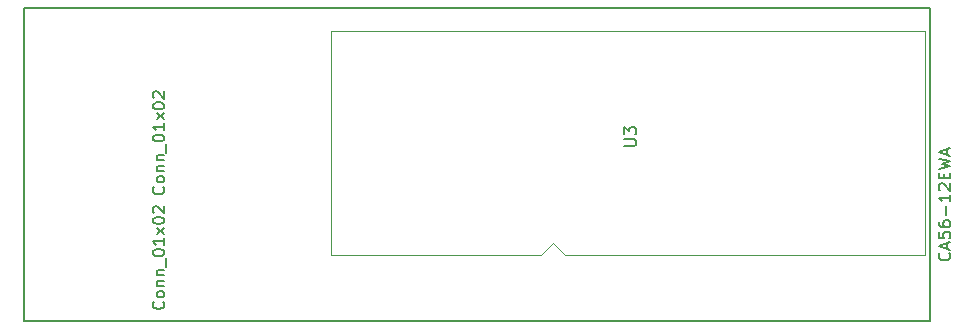
<source format=gbr>
G04 #@! TF.FileFunction,Other,Fab,Top*
%FSLAX46Y46*%
G04 Gerber Fmt 4.6, Leading zero omitted, Abs format (unit mm)*
G04 Created by KiCad (PCBNEW 4.0.7) date 11/22/17 14:23:38*
%MOMM*%
%LPD*%
G01*
G04 APERTURE LIST*
%ADD10C,0.100000*%
%ADD11C,0.150000*%
G04 APERTURE END LIST*
D10*
D11*
X18034000Y-22352000D02*
X18542000Y-22352000D01*
X18034000Y-23431500D02*
X18034000Y-22352000D01*
X94742000Y-22352000D02*
X94742000Y-23431500D01*
X18034000Y-48831500D02*
X18034000Y-23431500D01*
X39878000Y-48831500D02*
X18034000Y-48831500D01*
X94742000Y-48831500D02*
X39878000Y-48831500D01*
X94742000Y-47307500D02*
X94742000Y-48831500D01*
X94742000Y-23431500D02*
X94742000Y-47307500D01*
X18542000Y-22352000D02*
X94742000Y-22352000D01*
D10*
X63801500Y-43218500D02*
X62801500Y-42218500D01*
X62801500Y-42218500D02*
X61801500Y-43218500D01*
X61801500Y-43218500D02*
X44001500Y-43218500D01*
X44001500Y-43218500D02*
X44001500Y-24218500D01*
X44001500Y-24218500D02*
X94301500Y-24218500D01*
X94301500Y-43218500D02*
X94301500Y-24218500D01*
X63801500Y-43218500D02*
X94301500Y-43218500D01*
D11*
X96368643Y-43063738D02*
X96416262Y-43111357D01*
X96463881Y-43254214D01*
X96463881Y-43349452D01*
X96416262Y-43492310D01*
X96321024Y-43587548D01*
X96225786Y-43635167D01*
X96035310Y-43682786D01*
X95892452Y-43682786D01*
X95701976Y-43635167D01*
X95606738Y-43587548D01*
X95511500Y-43492310D01*
X95463881Y-43349452D01*
X95463881Y-43254214D01*
X95511500Y-43111357D01*
X95559119Y-43063738D01*
X96178167Y-42682786D02*
X96178167Y-42206595D01*
X96463881Y-42778024D02*
X95463881Y-42444691D01*
X96463881Y-42111357D01*
X95463881Y-41301833D02*
X95463881Y-41778024D01*
X95940071Y-41825643D01*
X95892452Y-41778024D01*
X95844833Y-41682786D01*
X95844833Y-41444690D01*
X95892452Y-41349452D01*
X95940071Y-41301833D01*
X96035310Y-41254214D01*
X96273405Y-41254214D01*
X96368643Y-41301833D01*
X96416262Y-41349452D01*
X96463881Y-41444690D01*
X96463881Y-41682786D01*
X96416262Y-41778024D01*
X96368643Y-41825643D01*
X95463881Y-40397071D02*
X95463881Y-40587548D01*
X95511500Y-40682786D01*
X95559119Y-40730405D01*
X95701976Y-40825643D01*
X95892452Y-40873262D01*
X96273405Y-40873262D01*
X96368643Y-40825643D01*
X96416262Y-40778024D01*
X96463881Y-40682786D01*
X96463881Y-40492309D01*
X96416262Y-40397071D01*
X96368643Y-40349452D01*
X96273405Y-40301833D01*
X96035310Y-40301833D01*
X95940071Y-40349452D01*
X95892452Y-40397071D01*
X95844833Y-40492309D01*
X95844833Y-40682786D01*
X95892452Y-40778024D01*
X95940071Y-40825643D01*
X96035310Y-40873262D01*
X96082929Y-39873262D02*
X96082929Y-39111357D01*
X96463881Y-38111357D02*
X96463881Y-38682786D01*
X96463881Y-38397072D02*
X95463881Y-38397072D01*
X95606738Y-38492310D01*
X95701976Y-38587548D01*
X95749595Y-38682786D01*
X95559119Y-37730405D02*
X95511500Y-37682786D01*
X95463881Y-37587548D01*
X95463881Y-37349452D01*
X95511500Y-37254214D01*
X95559119Y-37206595D01*
X95654357Y-37158976D01*
X95749595Y-37158976D01*
X95892452Y-37206595D01*
X96463881Y-37778024D01*
X96463881Y-37158976D01*
X95940071Y-36730405D02*
X95940071Y-36397071D01*
X96463881Y-36254214D02*
X96463881Y-36730405D01*
X95463881Y-36730405D01*
X95463881Y-36254214D01*
X95463881Y-35920881D02*
X96463881Y-35682786D01*
X95749595Y-35492309D01*
X96463881Y-35301833D01*
X95463881Y-35063738D01*
X96178167Y-34730405D02*
X96178167Y-34254214D01*
X96463881Y-34825643D02*
X95463881Y-34492310D01*
X96463881Y-34158976D01*
X68857881Y-33972405D02*
X69667405Y-33972405D01*
X69762643Y-33924786D01*
X69810262Y-33877167D01*
X69857881Y-33781929D01*
X69857881Y-33591452D01*
X69810262Y-33496214D01*
X69762643Y-33448595D01*
X69667405Y-33400976D01*
X68857881Y-33400976D01*
X68857881Y-33020024D02*
X68857881Y-32400976D01*
X69238833Y-32734310D01*
X69238833Y-32591452D01*
X69286452Y-32496214D01*
X69334071Y-32448595D01*
X69429310Y-32400976D01*
X69667405Y-32400976D01*
X69762643Y-32448595D01*
X69810262Y-32496214D01*
X69857881Y-32591452D01*
X69857881Y-32877167D01*
X69810262Y-32972405D01*
X69762643Y-33020024D01*
X29821143Y-47172095D02*
X29868762Y-47219714D01*
X29916381Y-47362571D01*
X29916381Y-47457809D01*
X29868762Y-47600667D01*
X29773524Y-47695905D01*
X29678286Y-47743524D01*
X29487810Y-47791143D01*
X29344952Y-47791143D01*
X29154476Y-47743524D01*
X29059238Y-47695905D01*
X28964000Y-47600667D01*
X28916381Y-47457809D01*
X28916381Y-47362571D01*
X28964000Y-47219714D01*
X29011619Y-47172095D01*
X29916381Y-46600667D02*
X29868762Y-46695905D01*
X29821143Y-46743524D01*
X29725905Y-46791143D01*
X29440190Y-46791143D01*
X29344952Y-46743524D01*
X29297333Y-46695905D01*
X29249714Y-46600667D01*
X29249714Y-46457809D01*
X29297333Y-46362571D01*
X29344952Y-46314952D01*
X29440190Y-46267333D01*
X29725905Y-46267333D01*
X29821143Y-46314952D01*
X29868762Y-46362571D01*
X29916381Y-46457809D01*
X29916381Y-46600667D01*
X29249714Y-45838762D02*
X29916381Y-45838762D01*
X29344952Y-45838762D02*
X29297333Y-45791143D01*
X29249714Y-45695905D01*
X29249714Y-45553047D01*
X29297333Y-45457809D01*
X29392571Y-45410190D01*
X29916381Y-45410190D01*
X29249714Y-44934000D02*
X29916381Y-44934000D01*
X29344952Y-44934000D02*
X29297333Y-44886381D01*
X29249714Y-44791143D01*
X29249714Y-44648285D01*
X29297333Y-44553047D01*
X29392571Y-44505428D01*
X29916381Y-44505428D01*
X30011619Y-44267333D02*
X30011619Y-43505428D01*
X28916381Y-43076857D02*
X28916381Y-42981618D01*
X28964000Y-42886380D01*
X29011619Y-42838761D01*
X29106857Y-42791142D01*
X29297333Y-42743523D01*
X29535429Y-42743523D01*
X29725905Y-42791142D01*
X29821143Y-42838761D01*
X29868762Y-42886380D01*
X29916381Y-42981618D01*
X29916381Y-43076857D01*
X29868762Y-43172095D01*
X29821143Y-43219714D01*
X29725905Y-43267333D01*
X29535429Y-43314952D01*
X29297333Y-43314952D01*
X29106857Y-43267333D01*
X29011619Y-43219714D01*
X28964000Y-43172095D01*
X28916381Y-43076857D01*
X29916381Y-41791142D02*
X29916381Y-42362571D01*
X29916381Y-42076857D02*
X28916381Y-42076857D01*
X29059238Y-42172095D01*
X29154476Y-42267333D01*
X29202095Y-42362571D01*
X29916381Y-41457809D02*
X29249714Y-40933999D01*
X29249714Y-41457809D02*
X29916381Y-40933999D01*
X28916381Y-40362571D02*
X28916381Y-40267332D01*
X28964000Y-40172094D01*
X29011619Y-40124475D01*
X29106857Y-40076856D01*
X29297333Y-40029237D01*
X29535429Y-40029237D01*
X29725905Y-40076856D01*
X29821143Y-40124475D01*
X29868762Y-40172094D01*
X29916381Y-40267332D01*
X29916381Y-40362571D01*
X29868762Y-40457809D01*
X29821143Y-40505428D01*
X29725905Y-40553047D01*
X29535429Y-40600666D01*
X29297333Y-40600666D01*
X29106857Y-40553047D01*
X29011619Y-40505428D01*
X28964000Y-40457809D01*
X28916381Y-40362571D01*
X29011619Y-39648285D02*
X28964000Y-39600666D01*
X28916381Y-39505428D01*
X28916381Y-39267332D01*
X28964000Y-39172094D01*
X29011619Y-39124475D01*
X29106857Y-39076856D01*
X29202095Y-39076856D01*
X29344952Y-39124475D01*
X29916381Y-39695904D01*
X29916381Y-39076856D01*
X29821143Y-37454055D02*
X29868762Y-37501674D01*
X29916381Y-37644531D01*
X29916381Y-37739769D01*
X29868762Y-37882627D01*
X29773524Y-37977865D01*
X29678286Y-38025484D01*
X29487810Y-38073103D01*
X29344952Y-38073103D01*
X29154476Y-38025484D01*
X29059238Y-37977865D01*
X28964000Y-37882627D01*
X28916381Y-37739769D01*
X28916381Y-37644531D01*
X28964000Y-37501674D01*
X29011619Y-37454055D01*
X29916381Y-36882627D02*
X29868762Y-36977865D01*
X29821143Y-37025484D01*
X29725905Y-37073103D01*
X29440190Y-37073103D01*
X29344952Y-37025484D01*
X29297333Y-36977865D01*
X29249714Y-36882627D01*
X29249714Y-36739769D01*
X29297333Y-36644531D01*
X29344952Y-36596912D01*
X29440190Y-36549293D01*
X29725905Y-36549293D01*
X29821143Y-36596912D01*
X29868762Y-36644531D01*
X29916381Y-36739769D01*
X29916381Y-36882627D01*
X29249714Y-36120722D02*
X29916381Y-36120722D01*
X29344952Y-36120722D02*
X29297333Y-36073103D01*
X29249714Y-35977865D01*
X29249714Y-35835007D01*
X29297333Y-35739769D01*
X29392571Y-35692150D01*
X29916381Y-35692150D01*
X29249714Y-35215960D02*
X29916381Y-35215960D01*
X29344952Y-35215960D02*
X29297333Y-35168341D01*
X29249714Y-35073103D01*
X29249714Y-34930245D01*
X29297333Y-34835007D01*
X29392571Y-34787388D01*
X29916381Y-34787388D01*
X30011619Y-34549293D02*
X30011619Y-33787388D01*
X28916381Y-33358817D02*
X28916381Y-33263578D01*
X28964000Y-33168340D01*
X29011619Y-33120721D01*
X29106857Y-33073102D01*
X29297333Y-33025483D01*
X29535429Y-33025483D01*
X29725905Y-33073102D01*
X29821143Y-33120721D01*
X29868762Y-33168340D01*
X29916381Y-33263578D01*
X29916381Y-33358817D01*
X29868762Y-33454055D01*
X29821143Y-33501674D01*
X29725905Y-33549293D01*
X29535429Y-33596912D01*
X29297333Y-33596912D01*
X29106857Y-33549293D01*
X29011619Y-33501674D01*
X28964000Y-33454055D01*
X28916381Y-33358817D01*
X29916381Y-32073102D02*
X29916381Y-32644531D01*
X29916381Y-32358817D02*
X28916381Y-32358817D01*
X29059238Y-32454055D01*
X29154476Y-32549293D01*
X29202095Y-32644531D01*
X29916381Y-31739769D02*
X29249714Y-31215959D01*
X29249714Y-31739769D02*
X29916381Y-31215959D01*
X28916381Y-30644531D02*
X28916381Y-30549292D01*
X28964000Y-30454054D01*
X29011619Y-30406435D01*
X29106857Y-30358816D01*
X29297333Y-30311197D01*
X29535429Y-30311197D01*
X29725905Y-30358816D01*
X29821143Y-30406435D01*
X29868762Y-30454054D01*
X29916381Y-30549292D01*
X29916381Y-30644531D01*
X29868762Y-30739769D01*
X29821143Y-30787388D01*
X29725905Y-30835007D01*
X29535429Y-30882626D01*
X29297333Y-30882626D01*
X29106857Y-30835007D01*
X29011619Y-30787388D01*
X28964000Y-30739769D01*
X28916381Y-30644531D01*
X29011619Y-29930245D02*
X28964000Y-29882626D01*
X28916381Y-29787388D01*
X28916381Y-29549292D01*
X28964000Y-29454054D01*
X29011619Y-29406435D01*
X29106857Y-29358816D01*
X29202095Y-29358816D01*
X29344952Y-29406435D01*
X29916381Y-29977864D01*
X29916381Y-29358816D01*
M02*

</source>
